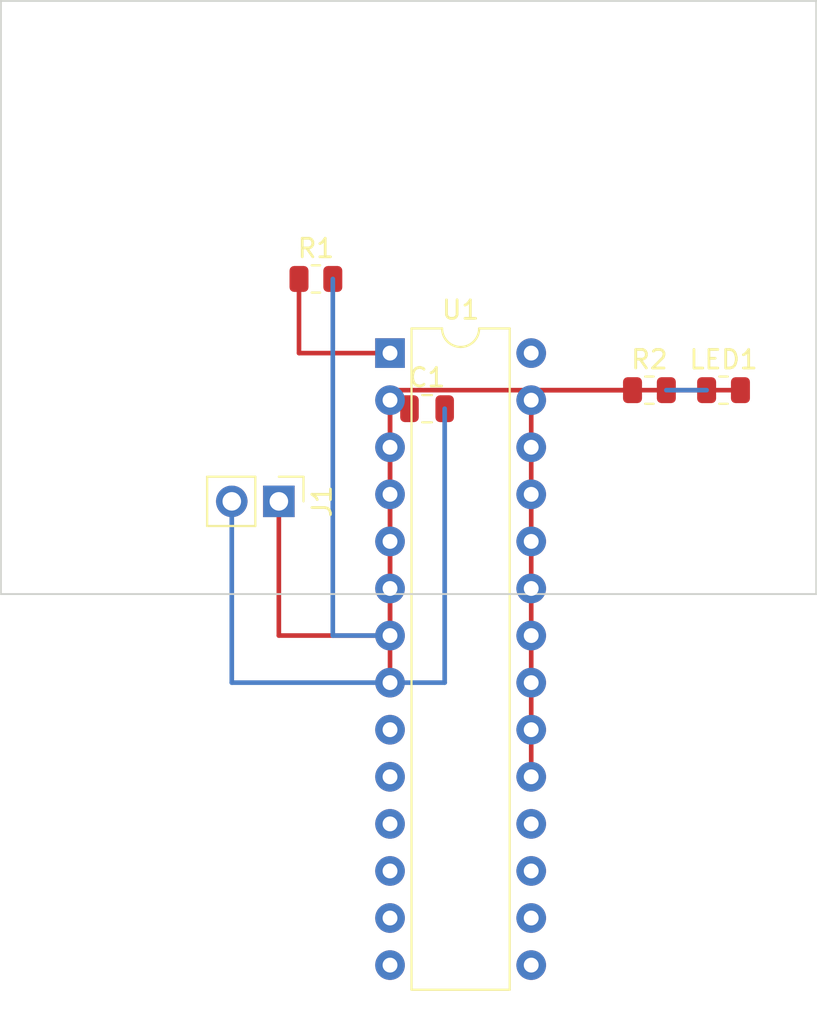
<source format=kicad_pcb>
(kicad_pcb (version 20211014) (generator pcbnew)
  (layers (0 "F.Cu" signal) (31 "B.Cu" signal) (34 "B.Paste" user) (35 "F.Paste" user) (36 "B.SilkS" user "B.Silkscreen") (37 "F.SilkS" user "F.Silkscreen") (38 "B.Mask" user) (39 "F.Mask" user) (44 "Edge.Cuts" user))
  (net 0 "")
  (footprint "R_0805_2012Metric" (layer "F.Cu") (at 17 15)
    (fp_text reference "R1" (at 0 -1.65) (layer "F.SilkS"))
    (fp_text value "10K")
    (fp_line (start -0.227064 0.735) (end 0.227064 0.735) (layer "F.SilkS") (width 0.12))
    (fp_line (start -0.227064 -0.735) (end 0.227064 -0.735) (layer "F.SilkS") (width 0.12))
    (pad "1" smd roundrect (at -0.9125 0) (size 1.025 1.4) (layers "F.Cu" "F.Paste" "F.Mask") (roundrect_rratio 0.243902))
    (pad "2" smd roundrect (at 0.9125 0) (size 1.025 1.4) (layers "F.Cu" "F.Paste" "F.Mask") (roundrect_rratio 0.243902))
  )
  (footprint "C_0805_2012Metric" (layer "F.Cu") (at 23 22)
    (fp_text reference "C1" (at 0 -1.68) (layer "F.SilkS"))
    (fp_text value "100nF")
    (fp_line (start -0.261252 0.735) (end 0.261252 0.735) (layer "F.SilkS") (width 0.12))
    (fp_line (start -0.261252 -0.735) (end 0.261252 -0.735) (layer "F.SilkS") (width 0.12))
    (pad "1" smd roundrect (at -0.95 0) (size 1 1.45) (layers "F.Cu" "F.Paste" "F.Mask"))
    (pad "2" smd roundrect (at 0.95 0) (size 1 1.45) (layers "F.Cu" "F.Paste" "F.Mask"))
  )
  (footprint "R_0805_2012Metric" (layer "F.Cu") (at 35 21)
    (fp_text reference "R2" (at 0 -1.65) (layer "F.SilkS"))
    (fp_text value "220R")
    (fp_line (start -0.227064 0.735) (end 0.227064 0.735) (layer "F.SilkS") (width 0.12))
    (fp_line (start -0.227064 -0.735) (end 0.227064 -0.735) (layer "F.SilkS") (width 0.12))
    (pad "1" smd roundrect (at -0.9125 0) (size 1.025 1.4) (layers "F.Cu" "F.Paste" "F.Mask") (roundrect_rratio 0.243902))
    (pad "2" smd roundrect (at 0.9125 0) (size 1.025 1.4) (layers "F.Cu" "F.Paste" "F.Mask") (roundrect_rratio 0.243902))
  )
  (footprint "R_0805_2012Metric" (layer "F.Cu") (at 39 21)
    (fp_text reference "LED1" (at 0 -1.65) (layer "F.SilkS"))
    (fp_text value "LED")
    (fp_line (start -0.227064 0.735) (end 0.227064 0.735) (layer "F.SilkS") (width 0.12))
    (fp_line (start -0.227064 -0.735) (end 0.227064 -0.735) (layer "F.SilkS") (width 0.12))
    (pad "1" smd roundrect (at -0.9125 0) (size 1.025 1.4) (layers "F.Cu" "F.Paste" "F.Mask") (roundrect_rratio 0.243902))
    (pad "2" smd roundrect (at 0.9125 0) (size 1.025 1.4) (layers "F.Cu" "F.Paste" "F.Mask") (roundrect_rratio 0.243902))
  )
  (footprint "DIP-28_W7.62mm" (layer "F.Cu") (at 21 19)
    (fp_text reference "U1" (at 3.81 -2.33) (layer "F.SilkS"))
    (fp_text value "ATmega328P")
    (fp_line (start 6.46 34.35) (end 6.46 -1.33) (layer "F.SilkS") (width 0.12))
    (fp_line (start 6.46 -1.33) (end 4.81 -1.33) (layer "F.SilkS") (width 0.12))
    (fp_line (start 1.16 -1.33) (end 1.16 34.35) (layer "F.SilkS") (width 0.12))
    (fp_line (start 2.81 -1.33) (end 1.16 -1.33) (layer "F.SilkS") (width 0.12))
    (fp_line (start 1.16 34.35) (end 6.46 34.35) (layer "F.SilkS") (width 0.12))
    (fp_arc (start 4.81 -1.33) (mid 3.81 -0.33) (end 2.81 -1.33) (layer "F.SilkS") (width 0.12))
    (pad "1" thru_hole rect (at 0 0) (size 1.6 1.6) (drill 0.8) (layers *.Cu *.Mask))
    (pad "2" thru_hole oval (at 0 2.54) (size 1.6 1.6) (drill 0.8) (layers *.Cu *.Mask))
    (pad "3" thru_hole oval (at 0 5.08) (size 1.6 1.6) (drill 0.8) (layers *.Cu *.Mask))
    (pad "4" thru_hole oval (at 0 7.62) (size 1.6 1.6) (drill 0.8) (layers *.Cu *.Mask))
    (pad "5" thru_hole oval (at 0 10.16) (size 1.6 1.6) (drill 0.8) (layers *.Cu *.Mask))
    (pad "6" thru_hole oval (at 0 12.7) (size 1.6 1.6) (drill 0.8) (layers *.Cu *.Mask))
    (pad "7" thru_hole oval (at 0 15.24) (size 1.6 1.6) (drill 0.8) (layers *.Cu *.Mask))
    (pad "8" thru_hole oval (at 0 17.78) (size 1.6 1.6) (drill 0.8) (layers *.Cu *.Mask))
    (pad "9" thru_hole oval (at 0 20.32) (size 1.6 1.6) (drill 0.8) (layers *.Cu *.Mask))
    (pad "10" thru_hole oval (at 0 22.86) (size 1.6 1.6) (drill 0.8) (layers *.Cu *.Mask))
    (pad "11" thru_hole oval (at 0 25.4) (size 1.6 1.6) (drill 0.8) (layers *.Cu *.Mask))
    (pad "12" thru_hole oval (at 0 27.94) (size 1.6 1.6) (drill 0.8) (layers *.Cu *.Mask))
    (pad "13" thru_hole oval (at 0 30.48) (size 1.6 1.6) (drill 0.8) (layers *.Cu *.Mask))
    (pad "14" thru_hole oval (at 0 33.02) (size 1.6 1.6) (drill 0.8) (layers *.Cu *.Mask))
    (pad "15" thru_hole oval (at 7.62 33.02) (size 1.6 1.6) (drill 0.8) (layers *.Cu *.Mask))
    (pad "16" thru_hole oval (at 7.62 30.48) (size 1.6 1.6) (drill 0.8) (layers *.Cu *.Mask))
    (pad "17" thru_hole oval (at 7.62 27.94) (size 1.6 1.6) (drill 0.8) (layers *.Cu *.Mask))
    (pad "18" thru_hole oval (at 7.62 25.4) (size 1.6 1.6) (drill 0.8) (layers *.Cu *.Mask))
    (pad "19" thru_hole oval (at 7.62 22.86) (size 1.6 1.6) (drill 0.8) (layers *.Cu *.Mask))
    (pad "20" thru_hole oval (at 7.62 20.32) (size 1.6 1.6) (drill 0.8) (layers *.Cu *.Mask))
    (pad "21" thru_hole oval (at 7.62 17.78) (size 1.6 1.6) (drill 0.8) (layers *.Cu *.Mask))
    (pad "22" thru_hole oval (at 7.62 15.24) (size 1.6 1.6) (drill 0.8) (layers *.Cu *.Mask))
    (pad "23" thru_hole oval (at 7.62 12.7) (size 1.6 1.6) (drill 0.8) (layers *.Cu *.Mask))
    (pad "24" thru_hole oval (at 7.62 10.16) (size 1.6 1.6) (drill 0.8) (layers *.Cu *.Mask))
    (pad "25" thru_hole oval (at 7.62 7.62) (size 1.6 1.6) (drill 0.8) (layers *.Cu *.Mask))
    (pad "26" thru_hole oval (at 7.62 5.08) (size 1.6 1.6) (drill 0.8) (layers *.Cu *.Mask))
    (pad "27" thru_hole oval (at 7.62 2.54) (size 1.6 1.6) (drill 0.8) (layers *.Cu *.Mask))
    (pad "28" thru_hole oval (at 7.62 0) (size 1.6 1.6) (drill 0.8) (layers *.Cu *.Mask))
  )
  (footprint "PinHeader_1x02_P2.54mm_Vertical" (layer "F.Cu") (at 15 27 -90)
    (fp_text reference "J1" (at 0 -2.33 -90) (layer "F.SilkS"))
    (fp_text value "Power Header")
    (fp_line (start -1.33 1.27) (end 1.33 1.27) (layer "F.SilkS") (width 0.12))
    (fp_line (start -1.33 0) (end -1.33 -1.33) (layer "F.SilkS") (width 0.12))
    (fp_line (start -1.33 1.27) (end -1.33 3.87) (layer "F.SilkS") (width 0.12))
    (fp_line (start -1.33 3.87) (end 1.33 3.87) (layer "F.SilkS") (width 0.12))
    (fp_line (start -1.33 -1.33) (end 0 -1.33) (layer "F.SilkS") (width 0.12))
    (fp_line (start 1.33 1.27) (end 1.33 3.87) (layer "F.SilkS") (width 0.12))
    (pad "1" thru_hole rect (at 0 0 270) (size 1.7 1.7) (drill 1) (layers *.Cu *.Mask))
    (pad "2" thru_hole oval (at 0 2.54 270) (size 1.7 1.7) (drill 1) (layers *.Cu *.Mask))
  )
  (gr_line (start 0 32) (end 0 0) (layer "Edge.Cuts") (width 0.1))
  (gr_line (start 44 32) (end 0 32) (layer "Edge.Cuts") (width 0.1))
  (gr_line (start 44 0) (end 44 32) (layer "Edge.Cuts") (width 0.1))
  (gr_line (start 0 0) (end 44 0) (layer "Edge.Cuts") (width 0.1))
  (segment (start 28.62 21) (end 34.0875 21) (width 0.25) (layer "F.Cu") (net 0))
  (segment (start 28.62 41.86) (end 28.62 21) (width 0.25) (layer "F.Cu") (net 0))
  (segment (start 21 22) (end 22.05 22) (width 0.25) (layer "F.Cu") (net 0))
  (segment (start 21 19) (end 16.0875 19) (width 0.25) (layer "F.Cu") (net 0))
  (segment (start 39.9125 21) (end 21 21) (width 0.25) (layer "F.Cu") (net 0))
  (segment (start 15 27) (end 15 34.24) (width 0.25) (layer "F.Cu") (net 0))
  (segment (start 21 34.24) (end 21 22) (width 0.25) (layer "F.Cu") (net 0))
  (segment (start 16.0875 19) (end 16.0875 15) (width 0.25) (layer "F.Cu") (net 0))
  (segment (start 21 21) (end 21 36.78) (width 0.25) (layer "F.Cu") (net 0))
  (segment (start 15 34.24) (end 21 34.24) (width 0.25) (layer "F.Cu") (net 0))
  (segment (start 35.9125 21) (end 38.0875 21) (width 0.25) (layer "B.Cu") (net 0))
  (segment (start 23.95 22) (end 23.95 36.78) (width 0.25) (layer "B.Cu") (net 0))
  (segment (start 12.46 36.78) (end 21 36.78) (width 0.25) (layer "B.Cu") (net 0))
  (segment (start 23.95 36.78) (end 21 36.78) (width 0.25) (layer "B.Cu") (net 0))
  (segment (start 12.46 27) (end 12.46 36.78) (width 0.25) (layer "B.Cu") (net 0))
  (segment (start 17.9125 34.24) (end 21 34.24) (width 0.25) (layer "B.Cu") (net 0))
  (segment (start 17.9125 15) (end 17.9125 34.24) (width 0.25) (layer "B.Cu") (net 0))
)
</source>
